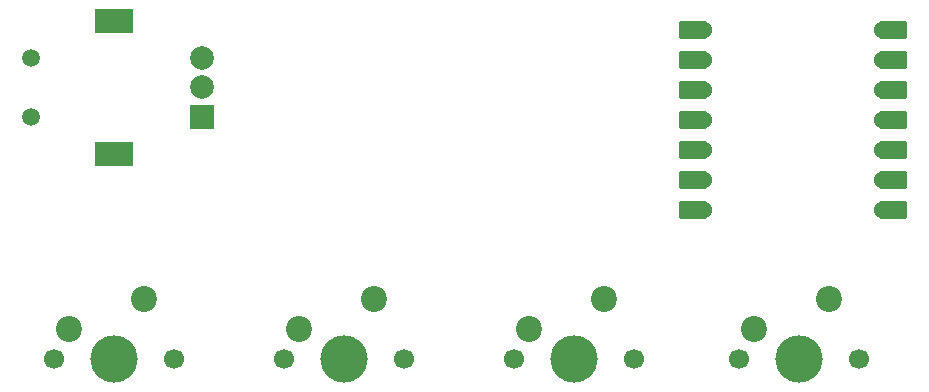
<source format=gbr>
%TF.GenerationSoftware,KiCad,Pcbnew,9.0.2*%
%TF.CreationDate,2025-06-29T15:05:13-04:00*%
%TF.ProjectId,Kicadproject1,4b696361-6470-4726-9f6a-656374312e6b,rev?*%
%TF.SameCoordinates,Original*%
%TF.FileFunction,Soldermask,Top*%
%TF.FilePolarity,Negative*%
%FSLAX46Y46*%
G04 Gerber Fmt 4.6, Leading zero omitted, Abs format (unit mm)*
G04 Created by KiCad (PCBNEW 9.0.2) date 2025-06-29 15:05:13*
%MOMM*%
%LPD*%
G01*
G04 APERTURE LIST*
G04 Aperture macros list*
%AMRoundRect*
0 Rectangle with rounded corners*
0 $1 Rounding radius*
0 $2 $3 $4 $5 $6 $7 $8 $9 X,Y pos of 4 corners*
0 Add a 4 corners polygon primitive as box body*
4,1,4,$2,$3,$4,$5,$6,$7,$8,$9,$2,$3,0*
0 Add four circle primitives for the rounded corners*
1,1,$1+$1,$2,$3*
1,1,$1+$1,$4,$5*
1,1,$1+$1,$6,$7*
1,1,$1+$1,$8,$9*
0 Add four rect primitives between the rounded corners*
20,1,$1+$1,$2,$3,$4,$5,0*
20,1,$1+$1,$4,$5,$6,$7,0*
20,1,$1+$1,$6,$7,$8,$9,0*
20,1,$1+$1,$8,$9,$2,$3,0*%
G04 Aperture macros list end*
%ADD10C,1.500000*%
%ADD11R,2.000000X2.000000*%
%ADD12C,2.000000*%
%ADD13R,3.200000X2.000000*%
%ADD14C,1.700000*%
%ADD15C,4.000000*%
%ADD16C,2.200000*%
%ADD17RoundRect,0.152400X1.063600X0.609600X-1.063600X0.609600X-1.063600X-0.609600X1.063600X-0.609600X0*%
%ADD18C,1.524000*%
%ADD19RoundRect,0.152400X-1.063600X-0.609600X1.063600X-0.609600X1.063600X0.609600X-1.063600X0.609600X0*%
G04 APERTURE END LIST*
D10*
%TO.C,SW5*%
X56500000Y-69500000D03*
X56500000Y-64500000D03*
D11*
X71000000Y-69500000D03*
D12*
X71000000Y-64500000D03*
X71000000Y-67000000D03*
D13*
X63500000Y-72600000D03*
X63500000Y-61400000D03*
%TD*%
D14*
%TO.C,SW2*%
X97420000Y-90000000D03*
D15*
X102500000Y-90000000D03*
D14*
X107580000Y-90000000D03*
D16*
X105040000Y-84920000D03*
X98690000Y-87460000D03*
%TD*%
D14*
%TO.C,SW4*%
X58420000Y-90000000D03*
D15*
X63500000Y-90000000D03*
D14*
X68580000Y-90000000D03*
D16*
X66040000Y-84920000D03*
X59690000Y-87460000D03*
%TD*%
D17*
%TO.C,U1*%
X112545000Y-62148500D03*
D18*
X113380000Y-62148500D03*
D17*
X112545000Y-64688500D03*
D18*
X113380000Y-64688500D03*
D17*
X112545000Y-67228500D03*
D18*
X113380000Y-67228500D03*
D17*
X112545000Y-69768500D03*
D18*
X113380000Y-69768500D03*
D17*
X112545000Y-72308500D03*
D18*
X113380000Y-72308500D03*
D17*
X112545000Y-74848500D03*
D18*
X113380000Y-74848500D03*
D17*
X112545000Y-77388500D03*
D18*
X113380000Y-77388500D03*
X128620000Y-77388500D03*
D19*
X129455000Y-77388500D03*
D18*
X128620000Y-74848500D03*
D19*
X129455000Y-74848500D03*
D18*
X128620000Y-72308500D03*
D19*
X129455000Y-72308500D03*
D18*
X128620000Y-69768500D03*
D19*
X129455000Y-69768500D03*
D18*
X128620000Y-67228500D03*
D19*
X129455000Y-67228500D03*
D18*
X128620000Y-64688500D03*
D19*
X129455000Y-64688500D03*
D18*
X128620000Y-62148500D03*
D19*
X129455000Y-62148500D03*
%TD*%
D14*
%TO.C,SW3*%
X116420000Y-90000000D03*
D15*
X121500000Y-90000000D03*
D14*
X126580000Y-90000000D03*
D16*
X124040000Y-84920000D03*
X117690000Y-87460000D03*
%TD*%
D14*
%TO.C,SW1*%
X77920000Y-90000000D03*
D15*
X83000000Y-90000000D03*
D14*
X88080000Y-90000000D03*
D16*
X85540000Y-84920000D03*
X79190000Y-87460000D03*
%TD*%
M02*

</source>
